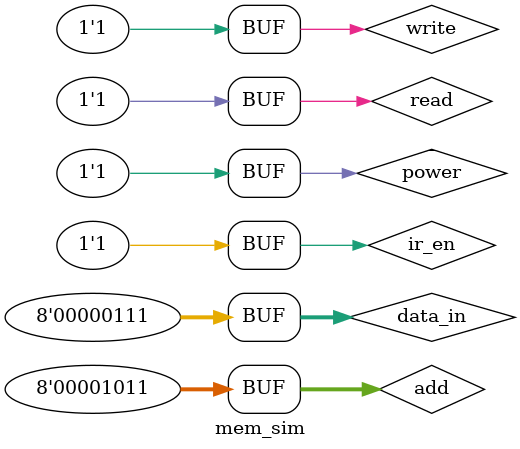
<source format=v>
`timescale 1ns / 1ps


module mem_sim(
    );
    reg  [7:0]add;
    reg  [7:0]data_in;
    wire [7:0]data_out;
    reg power;
    reg write;
    reg read;
    reg ir_en;
    wire [7:0] ir_out;
    
    Memory test_mem(power,write,read,ir_en,add,data_in,data_out,ir_out);
    
    initial 
    begin
        power = 1;
        
        write = 0;
        read = 0;
        add = 11;
        data_in = 37;
        read = 0;
        ir_en = 0;
        
        #5 power = 0;
        #5 power = 1;
        
        read = 0;
        write = 1;
        add = 11;
        data_in = 38;
        ir_en = 0;
        
        #5 power = 0;
        #5 power = 1;
        read = 1;
        #5 power = 0;
        #5 power = 1;
        read = 0;
        data_in = 45;
        write = 1;
        
        #5 power = 0;
        #5 power = 1;
        read = 1;
        
        #5 power = 0;
        #5 power = 1;
        
        write = 1;
        read = 0;
        add = 12;
        data_in = 7;
        
        #5 power = 0;
        #5 power = 1;
        
        add = 11;
        read = 1;
        ir_en = 1;
    end
endmodule

</source>
